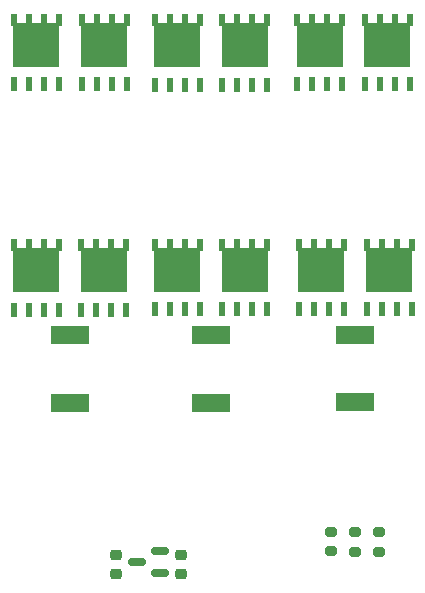
<source format=gbr>
%TF.GenerationSoftware,KiCad,Pcbnew,(6.0.1)*%
%TF.CreationDate,2022-02-15T00:41:15-08:00*%
%TF.ProjectId,OpenMC,4f70656e-4d43-42e6-9b69-6361645f7063,rev?*%
%TF.SameCoordinates,Original*%
%TF.FileFunction,Paste,Top*%
%TF.FilePolarity,Positive*%
%FSLAX46Y46*%
G04 Gerber Fmt 4.6, Leading zero omitted, Abs format (unit mm)*
G04 Created by KiCad (PCBNEW (6.0.1)) date 2022-02-15 00:41:15*
%MOMM*%
%LPD*%
G01*
G04 APERTURE LIST*
G04 Aperture macros list*
%AMRoundRect*
0 Rectangle with rounded corners*
0 $1 Rounding radius*
0 $2 $3 $4 $5 $6 $7 $8 $9 X,Y pos of 4 corners*
0 Add a 4 corners polygon primitive as box body*
4,1,4,$2,$3,$4,$5,$6,$7,$8,$9,$2,$3,0*
0 Add four circle primitives for the rounded corners*
1,1,$1+$1,$2,$3*
1,1,$1+$1,$4,$5*
1,1,$1+$1,$6,$7*
1,1,$1+$1,$8,$9*
0 Add four rect primitives between the rounded corners*
20,1,$1+$1,$2,$3,$4,$5,0*
20,1,$1+$1,$4,$5,$6,$7,0*
20,1,$1+$1,$6,$7,$8,$9,0*
20,1,$1+$1,$8,$9,$2,$3,0*%
G04 Aperture macros list end*
%ADD10R,0.610000X1.270000*%
%ADD11R,0.610000X1.020000*%
%ADD12R,3.910000X3.810000*%
%ADD13R,3.250000X1.550000*%
%ADD14RoundRect,0.225000X0.250000X-0.225000X0.250000X0.225000X-0.250000X0.225000X-0.250000X-0.225000X0*%
%ADD15RoundRect,0.200000X0.275000X-0.200000X0.275000X0.200000X-0.275000X0.200000X-0.275000X-0.200000X0*%
%ADD16RoundRect,0.225000X-0.250000X0.225000X-0.250000X-0.225000X0.250000X-0.225000X0.250000X0.225000X0*%
%ADD17RoundRect,0.150000X0.587500X0.150000X-0.587500X0.150000X-0.587500X-0.150000X0.587500X-0.150000X0*%
G04 APERTURE END LIST*
D10*
%TO.C,Q2*%
X147967400Y-121542000D03*
X149237400Y-121542000D03*
X150507400Y-121542000D03*
X151777400Y-121542000D03*
D11*
X147967400Y-116077000D03*
X150507400Y-116077000D03*
X151777400Y-116077000D03*
D12*
X149872400Y-118182000D03*
D11*
X149237400Y-116077000D03*
%TD*%
D10*
%TO.C,Q11*%
X123825000Y-102492000D03*
X125095000Y-102492000D03*
X126365000Y-102492000D03*
X127635000Y-102492000D03*
D12*
X125730000Y-99132000D03*
D11*
X125095000Y-97027000D03*
X126365000Y-97027000D03*
X123825000Y-97027000D03*
X127635000Y-97027000D03*
%TD*%
D13*
%TO.C,R1*%
X147015200Y-129392800D03*
X147015200Y-123692800D03*
%TD*%
D14*
%TO.C,C13*%
X126746000Y-143904000D03*
X126746000Y-142354000D03*
%TD*%
D10*
%TO.C,Q1*%
X142100000Y-102492000D03*
X143370000Y-102492000D03*
X144640000Y-102492000D03*
X145910000Y-102492000D03*
D12*
X144005000Y-99132000D03*
D11*
X142100000Y-97027000D03*
X144640000Y-97027000D03*
X143370000Y-97027000D03*
X145910000Y-97027000D03*
%TD*%
D15*
%TO.C,R13*%
X144957800Y-142023600D03*
X144957800Y-140373600D03*
%TD*%
%TO.C,R8*%
X148971000Y-142049000D03*
X148971000Y-140399000D03*
%TD*%
D10*
%TO.C,Q9*%
X118084600Y-102492000D03*
X119354600Y-102492000D03*
X120624600Y-102492000D03*
X121894600Y-102492000D03*
D12*
X119989600Y-99132000D03*
D11*
X121894600Y-97027000D03*
X118084600Y-97027000D03*
X119354600Y-97027000D03*
X120624600Y-97027000D03*
%TD*%
D10*
%TO.C,Q3*%
X147815000Y-102492000D03*
X149085000Y-102492000D03*
X150355000Y-102492000D03*
X151625000Y-102492000D03*
D11*
X149085000Y-97027000D03*
D12*
X149720000Y-99132000D03*
D11*
X151625000Y-97027000D03*
X150355000Y-97027000D03*
X147815000Y-97027000D03*
%TD*%
D10*
%TO.C,Q8*%
X130035000Y-121542000D03*
X131305000Y-121542000D03*
X132575000Y-121542000D03*
X133845000Y-121542000D03*
D11*
X131305000Y-116077000D03*
D12*
X131940000Y-118182000D03*
D11*
X133845000Y-116077000D03*
X132575000Y-116077000D03*
X130035000Y-116077000D03*
%TD*%
D16*
%TO.C,C9*%
X132207000Y-142354000D03*
X132207000Y-143904000D03*
%TD*%
D13*
%TO.C,R3*%
X122885200Y-129443600D03*
X122885200Y-123743600D03*
%TD*%
D10*
%TO.C,Q6*%
X135724600Y-121542000D03*
X136994600Y-121542000D03*
X138264600Y-121542000D03*
X139534600Y-121542000D03*
D11*
X135724600Y-116077000D03*
X139534600Y-116077000D03*
X136994600Y-116077000D03*
D12*
X137629600Y-118182000D03*
D11*
X138264600Y-116077000D03*
%TD*%
D13*
%TO.C,R2*%
X134772400Y-129443600D03*
X134772400Y-123743600D03*
%TD*%
D10*
%TO.C,Q4*%
X142227000Y-121542000D03*
X143497000Y-121542000D03*
X144767000Y-121542000D03*
X146037000Y-121542000D03*
D11*
X142227000Y-116077000D03*
X143497000Y-116077000D03*
X144767000Y-116077000D03*
D12*
X144132000Y-118182000D03*
D11*
X146037000Y-116077000D03*
%TD*%
D10*
%TO.C,Q10*%
X123812000Y-121564400D03*
X125082000Y-121564400D03*
X126352000Y-121564400D03*
X127622000Y-121564400D03*
D12*
X125717000Y-118204400D03*
D11*
X123812000Y-116099400D03*
X125082000Y-116099400D03*
X126352000Y-116099400D03*
X127622000Y-116099400D03*
%TD*%
D10*
%TO.C,Q12*%
X118097000Y-121564400D03*
X119367000Y-121564400D03*
X120637000Y-121564400D03*
X121907000Y-121564400D03*
D12*
X120002000Y-118204400D03*
D11*
X121907000Y-116099400D03*
X120637000Y-116099400D03*
X118097000Y-116099400D03*
X119367000Y-116099400D03*
%TD*%
D15*
%TO.C,R11*%
X146989800Y-142049000D03*
X146989800Y-140399000D03*
%TD*%
D10*
%TO.C,Q5*%
X130035000Y-102514400D03*
X131305000Y-102514400D03*
X132575000Y-102514400D03*
X133845000Y-102514400D03*
D11*
X130035000Y-97049400D03*
D12*
X131940000Y-99154400D03*
D11*
X132575000Y-97049400D03*
X133845000Y-97049400D03*
X131305000Y-97049400D03*
%TD*%
D10*
%TO.C,Q7*%
X135750000Y-102514400D03*
X137020000Y-102514400D03*
X138290000Y-102514400D03*
X139560000Y-102514400D03*
D11*
X135750000Y-97049400D03*
D12*
X137655000Y-99154400D03*
D11*
X137020000Y-97049400D03*
X138290000Y-97049400D03*
X139560000Y-97049400D03*
%TD*%
D17*
%TO.C,U4*%
X130429000Y-143891000D03*
X130429000Y-141991000D03*
X128554000Y-142941000D03*
%TD*%
M02*

</source>
